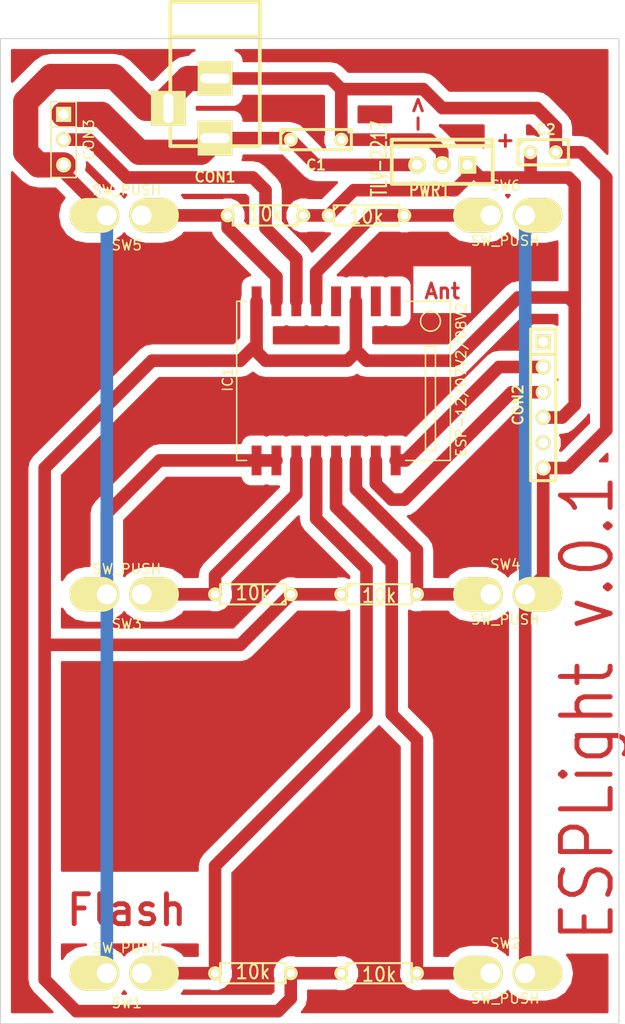
<source format=kicad_pcb>
(kicad_pcb (version 3) (host pcbnew "(2013-may-18)-stable")

  (general
    (links 42)
    (no_connects 0)
    (area 31.699999 151.566879 114.500237 254.812001)
    (thickness 1.6)
    (drawings 9)
    (tracks 132)
    (zones 0)
    (modules 19)
    (nets 13)
  )

  (page A4 portrait)
  (layers
    (15 F.Cu signal)
    (0 B.Cu signal)
    (16 B.Adhes user)
    (17 F.Adhes user)
    (18 B.Paste user)
    (19 F.Paste user)
    (20 B.SilkS user)
    (21 F.SilkS user)
    (22 B.Mask user)
    (23 F.Mask user)
    (24 Dwgs.User user)
    (25 Cmts.User user)
    (26 Eco1.User user)
    (27 Eco2.User user)
    (28 Edge.Cuts user)
  )

  (setup
    (last_trace_width 0.254)
    (user_trace_width 0.254)
    (user_trace_width 0.508)
    (user_trace_width 1.27)
    (user_trace_width 2.54)
    (trace_clearance 0.254)
    (zone_clearance 1)
    (zone_45_only no)
    (trace_min 0.254)
    (segment_width 0.2)
    (edge_width 0.1)
    (via_size 0.889)
    (via_drill 0.635)
    (via_min_size 0.889)
    (via_min_drill 0.508)
    (uvia_size 0.508)
    (uvia_drill 0.127)
    (uvias_allowed no)
    (uvia_min_size 0.508)
    (uvia_min_drill 0.127)
    (pcb_text_width 0.3)
    (pcb_text_size 1.5 1.5)
    (mod_edge_width 0.15)
    (mod_text_size 1 1)
    (mod_text_width 0.15)
    (pad_size 5 3.5)
    (pad_drill 2)
    (pad_to_mask_clearance 0)
    (aux_axis_origin 0 0)
    (visible_elements FFFFFFFF)
    (pcbplotparams
      (layerselection 8388608)
      (usegerberextensions false)
      (excludeedgelayer true)
      (linewidth 0.150000)
      (plotframeref false)
      (viasonmask false)
      (mode 1)
      (useauxorigin false)
      (hpglpennumber 1)
      (hpglpenspeed 20)
      (hpglpendiameter 15)
      (hpglpenoverlay 2)
      (psnegative true)
      (psa4output false)
      (plotreference true)
      (plotvalue true)
      (plotothertext true)
      (plotinvisibletext false)
      (padsonsilk false)
      (subtractmaskfromsilk false)
      (outputformat 2)
      (mirror true)
      (drillshape 1)
      (scaleselection 1)
      (outputdirectory /tmp/))
  )

  (net 0 "")
  (net 1 +3.3V)
  (net 2 GND)
  (net 3 N-000001)
  (net 4 N-0000010)
  (net 5 N-0000011)
  (net 6 N-0000012)
  (net 7 N-000002)
  (net 8 N-000003)
  (net 9 N-000007)
  (net 10 N-000008)
  (net 11 N-000009)
  (net 12 VCC)

  (net_class Default "This is the default net class."
    (clearance 0.254)
    (trace_width 0.254)
    (via_dia 0.889)
    (via_drill 0.635)
    (uvia_dia 0.508)
    (uvia_drill 0.127)
    (add_net "")
    (add_net +3.3V)
    (add_net GND)
    (add_net N-000001)
    (add_net N-0000010)
    (add_net N-0000011)
    (add_net N-0000012)
    (add_net N-000002)
    (add_net N-000003)
    (add_net N-000007)
    (add_net N-000008)
    (add_net N-000009)
    (add_net VCC)
  )

  (module TO220_VERT (layer F.Cu) (tedit 55423FDD) (tstamp 554030CC)
    (at 113.284 69.342 90)
    (descr "Regulateur TO220 serie LM78xx")
    (tags "TR TO220")
    (path /553E8570)
    (fp_text reference PWR1 (at -2.54 -1.27 180) (layer F.SilkS)
      (effects (font (size 1.524 1.016) (thickness 0.2032)))
    )
    (fp_text value TLV-2217 (at 0.635 -6.35 90) (layer F.SilkS)
      (effects (font (size 1.524 1.016) (thickness 0.2032)))
    )
    (fp_line (start 1.905 -5.08) (end 2.54 -5.08) (layer F.SilkS) (width 0.381))
    (fp_line (start 2.54 -5.08) (end 2.54 5.08) (layer F.SilkS) (width 0.381))
    (fp_line (start 2.54 5.08) (end 1.905 5.08) (layer F.SilkS) (width 0.381))
    (fp_line (start -1.905 -5.08) (end 1.905 -5.08) (layer F.SilkS) (width 0.381))
    (fp_line (start 1.905 -5.08) (end 1.905 5.08) (layer F.SilkS) (width 0.381))
    (fp_line (start 1.905 5.08) (end -1.905 5.08) (layer F.SilkS) (width 0.381))
    (fp_line (start -1.905 5.08) (end -1.905 -5.08) (layer F.SilkS) (width 0.381))
    (pad 2 thru_hole circle (at 0 -2.54 90) (size 1.778 1.778) (drill 1.016)
      (layers *.Cu *.Mask F.SilkS)
      (net 12 VCC)
    )
    (pad 3 thru_hole circle (at 0 0 90) (size 1.778 1.778) (drill 1.016)
      (layers *.Cu *.Mask F.SilkS)
      (net 2 GND)
    )
    (pad 1 thru_hole rect (at 0 2.54 90) (size 1.778 1.778) (drill 1.016)
      (layers *.Cu *.Mask F.SilkS)
      (net 1 +3.3V)
    )
  )

  (module R3 (layer F.Cu) (tedit 4E4C0E65) (tstamp 554030DA)
    (at 105.664 74.422)
    (descr "Resitance 3 pas")
    (tags R)
    (path /553E8CCB)
    (autoplace_cost180 10)
    (fp_text reference R6 (at 0 0.127) (layer F.SilkS) hide
      (effects (font (size 1.397 1.27) (thickness 0.2032)))
    )
    (fp_text value 10k (at 0 0.127) (layer F.SilkS)
      (effects (font (size 1.397 1.27) (thickness 0.2032)))
    )
    (fp_line (start -3.81 0) (end -3.302 0) (layer F.SilkS) (width 0.2032))
    (fp_line (start 3.81 0) (end 3.302 0) (layer F.SilkS) (width 0.2032))
    (fp_line (start 3.302 0) (end 3.302 -1.016) (layer F.SilkS) (width 0.2032))
    (fp_line (start 3.302 -1.016) (end -3.302 -1.016) (layer F.SilkS) (width 0.2032))
    (fp_line (start -3.302 -1.016) (end -3.302 1.016) (layer F.SilkS) (width 0.2032))
    (fp_line (start -3.302 1.016) (end 3.302 1.016) (layer F.SilkS) (width 0.2032))
    (fp_line (start 3.302 1.016) (end 3.302 0) (layer F.SilkS) (width 0.2032))
    (fp_line (start -3.302 -0.508) (end -2.794 -1.016) (layer F.SilkS) (width 0.2032))
    (pad 1 thru_hole circle (at -3.81 0) (size 1.397 1.397) (drill 0.8128)
      (layers *.Cu *.Mask F.SilkS)
      (net 1 +3.3V)
    )
    (pad 2 thru_hole circle (at 3.81 0) (size 1.397 1.397) (drill 0.8128)
      (layers *.Cu *.Mask F.SilkS)
      (net 8 N-000003)
    )
    (model discret/resistor.wrl
      (at (xyz 0 0 0))
      (scale (xyz 0.3 0.3 0.3))
      (rotate (xyz 0 0 0))
    )
  )

  (module R3 (layer F.Cu) (tedit 4E4C0E65) (tstamp 554030E8)
    (at 95.504 74.422 180)
    (descr "Resitance 3 pas")
    (tags R)
    (path /553E8CBC)
    (autoplace_cost180 10)
    (fp_text reference R5 (at 0 0.127 180) (layer F.SilkS) hide
      (effects (font (size 1.397 1.27) (thickness 0.2032)))
    )
    (fp_text value 10k (at 0 0.127 180) (layer F.SilkS)
      (effects (font (size 1.397 1.27) (thickness 0.2032)))
    )
    (fp_line (start -3.81 0) (end -3.302 0) (layer F.SilkS) (width 0.2032))
    (fp_line (start 3.81 0) (end 3.302 0) (layer F.SilkS) (width 0.2032))
    (fp_line (start 3.302 0) (end 3.302 -1.016) (layer F.SilkS) (width 0.2032))
    (fp_line (start 3.302 -1.016) (end -3.302 -1.016) (layer F.SilkS) (width 0.2032))
    (fp_line (start -3.302 -1.016) (end -3.302 1.016) (layer F.SilkS) (width 0.2032))
    (fp_line (start -3.302 1.016) (end 3.302 1.016) (layer F.SilkS) (width 0.2032))
    (fp_line (start 3.302 1.016) (end 3.302 0) (layer F.SilkS) (width 0.2032))
    (fp_line (start -3.302 -0.508) (end -2.794 -1.016) (layer F.SilkS) (width 0.2032))
    (pad 1 thru_hole circle (at -3.81 0 180) (size 1.397 1.397) (drill 0.8128)
      (layers *.Cu *.Mask F.SilkS)
      (net 1 +3.3V)
    )
    (pad 2 thru_hole circle (at 3.81 0 180) (size 1.397 1.397) (drill 0.8128)
      (layers *.Cu *.Mask F.SilkS)
      (net 7 N-000002)
    )
    (model discret/resistor.wrl
      (at (xyz 0 0 0))
      (scale (xyz 0.3 0.3 0.3))
      (rotate (xyz 0 0 0))
    )
  )

  (module R3 (layer F.Cu) (tedit 4E4C0E65) (tstamp 554030F6)
    (at 106.934 112.522)
    (descr "Resitance 3 pas")
    (tags R)
    (path /553E8CAD)
    (autoplace_cost180 10)
    (fp_text reference R4 (at 0 0.127) (layer F.SilkS) hide
      (effects (font (size 1.397 1.27) (thickness 0.2032)))
    )
    (fp_text value 10k (at 0 0.127) (layer F.SilkS)
      (effects (font (size 1.397 1.27) (thickness 0.2032)))
    )
    (fp_line (start -3.81 0) (end -3.302 0) (layer F.SilkS) (width 0.2032))
    (fp_line (start 3.81 0) (end 3.302 0) (layer F.SilkS) (width 0.2032))
    (fp_line (start 3.302 0) (end 3.302 -1.016) (layer F.SilkS) (width 0.2032))
    (fp_line (start 3.302 -1.016) (end -3.302 -1.016) (layer F.SilkS) (width 0.2032))
    (fp_line (start -3.302 -1.016) (end -3.302 1.016) (layer F.SilkS) (width 0.2032))
    (fp_line (start -3.302 1.016) (end 3.302 1.016) (layer F.SilkS) (width 0.2032))
    (fp_line (start 3.302 1.016) (end 3.302 0) (layer F.SilkS) (width 0.2032))
    (fp_line (start -3.302 -0.508) (end -2.794 -1.016) (layer F.SilkS) (width 0.2032))
    (pad 1 thru_hole circle (at -3.81 0) (size 1.397 1.397) (drill 0.8128)
      (layers *.Cu *.Mask F.SilkS)
      (net 1 +3.3V)
    )
    (pad 2 thru_hole circle (at 3.81 0) (size 1.397 1.397) (drill 0.8128)
      (layers *.Cu *.Mask F.SilkS)
      (net 3 N-000001)
    )
    (model discret/resistor.wrl
      (at (xyz 0 0 0))
      (scale (xyz 0.3 0.3 0.3))
      (rotate (xyz 0 0 0))
    )
  )

  (module R3 (layer F.Cu) (tedit 4E4C0E65) (tstamp 55403104)
    (at 94.234 112.522 180)
    (descr "Resitance 3 pas")
    (tags R)
    (path /553E8C9E)
    (autoplace_cost180 10)
    (fp_text reference R3 (at 0 0.127 180) (layer F.SilkS) hide
      (effects (font (size 1.397 1.27) (thickness 0.2032)))
    )
    (fp_text value 10k (at 0 0.127 180) (layer F.SilkS)
      (effects (font (size 1.397 1.27) (thickness 0.2032)))
    )
    (fp_line (start -3.81 0) (end -3.302 0) (layer F.SilkS) (width 0.2032))
    (fp_line (start 3.81 0) (end 3.302 0) (layer F.SilkS) (width 0.2032))
    (fp_line (start 3.302 0) (end 3.302 -1.016) (layer F.SilkS) (width 0.2032))
    (fp_line (start 3.302 -1.016) (end -3.302 -1.016) (layer F.SilkS) (width 0.2032))
    (fp_line (start -3.302 -1.016) (end -3.302 1.016) (layer F.SilkS) (width 0.2032))
    (fp_line (start -3.302 1.016) (end 3.302 1.016) (layer F.SilkS) (width 0.2032))
    (fp_line (start 3.302 1.016) (end 3.302 0) (layer F.SilkS) (width 0.2032))
    (fp_line (start -3.302 -0.508) (end -2.794 -1.016) (layer F.SilkS) (width 0.2032))
    (pad 1 thru_hole circle (at -3.81 0 180) (size 1.397 1.397) (drill 0.8128)
      (layers *.Cu *.Mask F.SilkS)
      (net 1 +3.3V)
    )
    (pad 2 thru_hole circle (at 3.81 0 180) (size 1.397 1.397) (drill 0.8128)
      (layers *.Cu *.Mask F.SilkS)
      (net 10 N-000008)
    )
    (model discret/resistor.wrl
      (at (xyz 0 0 0))
      (scale (xyz 0.3 0.3 0.3))
      (rotate (xyz 0 0 0))
    )
  )

  (module R3 (layer F.Cu) (tedit 4E4C0E65) (tstamp 554037A3)
    (at 106.934 150.622)
    (descr "Resitance 3 pas")
    (tags R)
    (path /553E8C8F)
    (autoplace_cost180 10)
    (fp_text reference R2 (at 0 0.127) (layer F.SilkS) hide
      (effects (font (size 1.397 1.27) (thickness 0.2032)))
    )
    (fp_text value 10k (at 0 0.127) (layer F.SilkS)
      (effects (font (size 1.397 1.27) (thickness 0.2032)))
    )
    (fp_line (start -3.81 0) (end -3.302 0) (layer F.SilkS) (width 0.2032))
    (fp_line (start 3.81 0) (end 3.302 0) (layer F.SilkS) (width 0.2032))
    (fp_line (start 3.302 0) (end 3.302 -1.016) (layer F.SilkS) (width 0.2032))
    (fp_line (start 3.302 -1.016) (end -3.302 -1.016) (layer F.SilkS) (width 0.2032))
    (fp_line (start -3.302 -1.016) (end -3.302 1.016) (layer F.SilkS) (width 0.2032))
    (fp_line (start -3.302 1.016) (end 3.302 1.016) (layer F.SilkS) (width 0.2032))
    (fp_line (start 3.302 1.016) (end 3.302 0) (layer F.SilkS) (width 0.2032))
    (fp_line (start -3.302 -0.508) (end -2.794 -1.016) (layer F.SilkS) (width 0.2032))
    (pad 1 thru_hole circle (at -3.81 0) (size 1.397 1.397) (drill 0.8128)
      (layers *.Cu *.Mask F.SilkS)
      (net 1 +3.3V)
    )
    (pad 2 thru_hole circle (at 3.81 0) (size 1.397 1.397) (drill 0.8128)
      (layers *.Cu *.Mask F.SilkS)
      (net 11 N-000009)
    )
    (model discret/resistor.wrl
      (at (xyz 0 0 0))
      (scale (xyz 0.3 0.3 0.3))
      (rotate (xyz 0 0 0))
    )
  )

  (module R3 (layer F.Cu) (tedit 4E4C0E65) (tstamp 554037B2)
    (at 94.234 150.622 180)
    (descr "Resitance 3 pas")
    (tags R)
    (path /553E8C67)
    (autoplace_cost180 10)
    (fp_text reference R1 (at 0 0.127 180) (layer F.SilkS) hide
      (effects (font (size 1.397 1.27) (thickness 0.2032)))
    )
    (fp_text value 10k (at 0 0.127 180) (layer F.SilkS)
      (effects (font (size 1.397 1.27) (thickness 0.2032)))
    )
    (fp_line (start -3.81 0) (end -3.302 0) (layer F.SilkS) (width 0.2032))
    (fp_line (start 3.81 0) (end 3.302 0) (layer F.SilkS) (width 0.2032))
    (fp_line (start 3.302 0) (end 3.302 -1.016) (layer F.SilkS) (width 0.2032))
    (fp_line (start 3.302 -1.016) (end -3.302 -1.016) (layer F.SilkS) (width 0.2032))
    (fp_line (start -3.302 -1.016) (end -3.302 1.016) (layer F.SilkS) (width 0.2032))
    (fp_line (start -3.302 1.016) (end 3.302 1.016) (layer F.SilkS) (width 0.2032))
    (fp_line (start 3.302 1.016) (end 3.302 0) (layer F.SilkS) (width 0.2032))
    (fp_line (start -3.302 -0.508) (end -2.794 -1.016) (layer F.SilkS) (width 0.2032))
    (pad 1 thru_hole circle (at -3.81 0 180) (size 1.397 1.397) (drill 0.8128)
      (layers *.Cu *.Mask F.SilkS)
      (net 1 +3.3V)
    )
    (pad 2 thru_hole circle (at 3.81 0 180) (size 1.397 1.397) (drill 0.8128)
      (layers *.Cu *.Mask F.SilkS)
      (net 4 N-0000010)
    )
    (model discret/resistor.wrl
      (at (xyz 0 0 0))
      (scale (xyz 0.3 0.3 0.3))
      (rotate (xyz 0 0 0))
    )
  )

  (module PIN_ARRAY_3X1 (layer F.Cu) (tedit 5540895D) (tstamp 5540312C)
    (at 75.184 66.802 270)
    (descr "Connecteur 3 pins")
    (tags "CONN DEV")
    (path /553E9E37)
    (fp_text reference CON3 (at 0 -2.54 270) (layer F.SilkS)
      (effects (font (size 1.016 1.016) (thickness 0.1524)))
    )
    (fp_text value CONN_WS2812 (at 0 -2.159 270) (layer F.SilkS) hide
      (effects (font (size 1.016 1.016) (thickness 0.1524)))
    )
    (fp_line (start -3.81 1.27) (end -3.81 -1.27) (layer F.SilkS) (width 0.1524))
    (fp_line (start -3.81 -1.27) (end 3.81 -1.27) (layer F.SilkS) (width 0.1524))
    (fp_line (start 3.81 -1.27) (end 3.81 1.27) (layer F.SilkS) (width 0.1524))
    (fp_line (start 3.81 1.27) (end -3.81 1.27) (layer F.SilkS) (width 0.1524))
    (fp_line (start -1.27 -1.27) (end -1.27 1.27) (layer F.SilkS) (width 0.1524))
    (pad 1 thru_hole rect (at -2.54 0 270) (size 1.524 1.524) (drill 1.016)
      (layers *.Cu *.Mask F.SilkS)
      (net 12 VCC)
    )
    (pad 2 thru_hole circle (at 0 0 270) (size 1.524 1.524) (drill 1.016)
      (layers *.Cu *.Mask F.SilkS)
      (net 9 N-000007)
    )
    (pad 3 thru_hole circle (at 2.54 0 270) (size 1.524 1.524) (drill 1.016)
      (layers *.Cu *.Mask F.SilkS)
      (net 2 GND)
    )
    (model pin_array/pins_array_3x1.wrl
      (at (xyz 0 0 0))
      (scale (xyz 1 1 1))
      (rotate (xyz 0 0 0))
    )
  )

  (module PIN_ARRAY-6X1 (layer F.Cu) (tedit 55408955) (tstamp 5540313B)
    (at 123.444 93.472 270)
    (descr "Connecteur 6 pins")
    (tags "CONN DEV")
    (path /553E9AB6)
    (fp_text reference CON2 (at 0 2.54 270) (layer F.SilkS)
      (effects (font (size 1.016 1.016) (thickness 0.2032)))
    )
    (fp_text value CONN_FTDI (at 0 2.159 270) (layer F.SilkS) hide
      (effects (font (size 1.016 0.889) (thickness 0.2032)))
    )
    (fp_line (start -7.62 1.27) (end -7.62 -1.27) (layer F.SilkS) (width 0.3048))
    (fp_line (start -7.62 -1.27) (end 7.62 -1.27) (layer F.SilkS) (width 0.3048))
    (fp_line (start 7.62 -1.27) (end 7.62 1.27) (layer F.SilkS) (width 0.3048))
    (fp_line (start 7.62 1.27) (end -7.62 1.27) (layer F.SilkS) (width 0.3048))
    (fp_line (start -5.08 1.27) (end -5.08 -1.27) (layer F.SilkS) (width 0.3048))
    (pad 1 thru_hole rect (at -6.35 0 270) (size 1.524 1.524) (drill 1.016)
      (layers *.Cu *.Mask F.SilkS)
    )
    (pad 2 thru_hole circle (at -3.81 0 270) (size 1.524 1.524) (drill 1.016)
      (layers *.Cu *.Mask F.SilkS)
      (net 6 N-0000012)
    )
    (pad 3 thru_hole circle (at -1.27 0 270) (size 1.524 1.524) (drill 1.016)
      (layers *.Cu *.Mask F.SilkS)
      (net 5 N-0000011)
    )
    (pad 4 thru_hole circle (at 1.27 0 270) (size 1.524 1.524) (drill 1.016)
      (layers *.Cu *.Mask F.SilkS)
      (net 1 +3.3V)
    )
    (pad 5 thru_hole circle (at 3.81 0 270) (size 1.524 1.524) (drill 1.016)
      (layers *.Cu *.Mask F.SilkS)
    )
    (pad 6 thru_hole circle (at 6.35 0 270) (size 1.524 1.524) (drill 1.016)
      (layers *.Cu *.Mask F.SilkS)
      (net 2 GND)
    )
    (model pin_array/pins_array_6x1.wrl
      (at (xyz 0 0 0))
      (scale (xyz 1 1 1))
      (rotate (xyz 0 0 0))
    )
  )

  (module PBS-10 (layer F.Cu) (tedit 55408909) (tstamp 55403268)
    (at 119.634 74.422 180)
    (descr "PBS push button")
    (tags "push button switch")
    (path /553E8B46)
    (fp_text reference SW6 (at 0 3 180) (layer F.SilkS)
      (effects (font (size 1 1) (thickness 0.15)))
    )
    (fp_text value SW_PUSH (at 0 -2.54 180) (layer F.SilkS)
      (effects (font (size 1 1) (thickness 0.15)))
    )
    (pad 1 thru_hole oval (at -2 0 180) (size 5 3.5) (drill oval 2 (offset -1.25 0))
      (layers *.Cu *.Mask F.SilkS)
      (net 2 GND)
    )
    (pad 2 thru_hole oval (at 1.5 0 180) (size 5 3.5) (drill oval 2 (offset 1.25 0))
      (layers *.Cu *.Mask F.SilkS)
      (net 8 N-000003)
    )
  )

  (module PBS-10 (layer F.Cu) (tedit 55408911) (tstamp 55403147)
    (at 81.534 74.422)
    (descr "PBS push button")
    (tags "push button switch")
    (path /553E8B37)
    (fp_text reference SW5 (at 0 3) (layer F.SilkS)
      (effects (font (size 1 1) (thickness 0.15)))
    )
    (fp_text value SW_PUSH (at 0 -2.54) (layer F.SilkS)
      (effects (font (size 1 1) (thickness 0.15)))
    )
    (pad 1 thru_hole oval (at -2 0) (size 5 3.5) (drill oval 2 (offset -1.25 0))
      (layers *.Cu *.Mask F.SilkS)
      (net 2 GND)
    )
    (pad 2 thru_hole oval (at 1.5 0) (size 5 3.5) (drill oval 2 (offset 1.25 0))
      (layers *.Cu *.Mask F.SilkS)
      (net 7 N-000002)
    )
  )

  (module PBS-10 (layer F.Cu) (tedit 55408925) (tstamp 5540314D)
    (at 119.634 112.522 180)
    (descr "PBS push button")
    (tags "push button switch")
    (path /553E8B28)
    (fp_text reference SW4 (at 0 3 180) (layer F.SilkS)
      (effects (font (size 1 1) (thickness 0.15)))
    )
    (fp_text value SW_PUSH (at 0 -2.54 180) (layer F.SilkS)
      (effects (font (size 1 1) (thickness 0.15)))
    )
    (pad 1 thru_hole oval (at -2 0 180) (size 5 3.5) (drill oval 2 (offset -1.25 0))
      (layers *.Cu *.Mask F.SilkS)
      (net 2 GND)
    )
    (pad 2 thru_hole oval (at 1.5 0 180) (size 5 3.5) (drill oval 2 (offset 1.25 0))
      (layers *.Cu *.Mask F.SilkS)
      (net 3 N-000001)
    )
  )

  (module PBS-10 (layer F.Cu) (tedit 55408921) (tstamp 55403153)
    (at 81.534 112.522)
    (descr "PBS push button")
    (tags "push button switch")
    (path /553E8B07)
    (fp_text reference SW3 (at 0 3) (layer F.SilkS)
      (effects (font (size 1 1) (thickness 0.15)))
    )
    (fp_text value SW_PUSH (at 0 -2.54) (layer F.SilkS)
      (effects (font (size 1 1) (thickness 0.15)))
    )
    (pad 1 thru_hole oval (at -2 0) (size 5 3.5) (drill oval 2 (offset -1.25 0))
      (layers *.Cu *.Mask F.SilkS)
      (net 2 GND)
    )
    (pad 2 thru_hole oval (at 1.5 0) (size 5 3.5) (drill oval 2 (offset 1.25 0))
      (layers *.Cu *.Mask F.SilkS)
      (net 10 N-000008)
    )
  )

  (module PBS-10 (layer F.Cu) (tedit 5540892E) (tstamp 554037C0)
    (at 81.534 150.622)
    (descr "PBS push button")
    (tags "push button switch")
    (path /553E8AF4)
    (fp_text reference SW1 (at 0 3) (layer F.SilkS)
      (effects (font (size 1 1) (thickness 0.15)))
    )
    (fp_text value SW_PUSH (at 0 -2.54) (layer F.SilkS)
      (effects (font (size 1 1) (thickness 0.15)))
    )
    (pad 1 thru_hole oval (at -2 0) (size 5 3.5) (drill oval 2 (offset -1.25 0))
      (layers *.Cu *.Mask F.SilkS)
      (net 2 GND)
    )
    (pad 2 thru_hole oval (at 1.5 0) (size 5 3.5) (drill oval 2 (offset 1.25 0))
      (layers *.Cu *.Mask F.SilkS)
      (net 4 N-0000010)
    )
  )

  (module PBS-10 (layer F.Cu) (tedit 5540892A) (tstamp 554037B9)
    (at 119.634 150.622 180)
    (descr "PBS push button")
    (tags "push button switch")
    (path /553E8A8F)
    (fp_text reference SW2 (at 0 3 180) (layer F.SilkS)
      (effects (font (size 1 1) (thickness 0.15)))
    )
    (fp_text value SW_PUSH (at 0 -2.54 180) (layer F.SilkS)
      (effects (font (size 1 1) (thickness 0.15)))
    )
    (pad 1 thru_hole oval (at -2 0 180) (size 5 3.5) (drill oval 2 (offset -1.25 0))
      (layers *.Cu *.Mask F.SilkS)
      (net 2 GND)
    )
    (pad 2 thru_hole oval (at 1.5 0 180) (size 5 3.5) (drill oval 2 (offset 1.25 0))
      (layers *.Cu *.Mask F.SilkS)
      (net 11 N-000009)
    )
  )

  (module C2 (layer F.Cu) (tedit 55408968) (tstamp 5540318C)
    (at 100.584 66.802)
    (descr "Condensateur = 2 pas")
    (tags C)
    (path /553E86FD)
    (fp_text reference C1 (at 0 2.54) (layer F.SilkS)
      (effects (font (size 1.016 1.016) (thickness 0.2032)))
    )
    (fp_text value 0.1u (at 0 0) (layer F.SilkS) hide
      (effects (font (size 1.016 1.016) (thickness 0.2032)))
    )
    (fp_line (start -3.556 -1.016) (end 3.556 -1.016) (layer F.SilkS) (width 0.3048))
    (fp_line (start 3.556 -1.016) (end 3.556 1.016) (layer F.SilkS) (width 0.3048))
    (fp_line (start 3.556 1.016) (end -3.556 1.016) (layer F.SilkS) (width 0.3048))
    (fp_line (start -3.556 1.016) (end -3.556 -1.016) (layer F.SilkS) (width 0.3048))
    (fp_line (start -3.556 -0.508) (end -3.048 -1.016) (layer F.SilkS) (width 0.3048))
    (pad 1 thru_hole circle (at -2.54 0) (size 1.397 1.397) (drill 0.8128)
      (layers *.Cu *.Mask F.SilkS)
      (net 12 VCC)
    )
    (pad 2 thru_hole circle (at 2.54 0) (size 1.397 1.397) (drill 0.8128)
      (layers *.Cu *.Mask F.SilkS)
      (net 2 GND)
    )
    (model discret/capa_2pas_5x5mm.wrl
      (at (xyz 0 0 0))
      (scale (xyz 1 1 1))
      (rotate (xyz 0 0 0))
    )
  )

  (module C1 (layer F.Cu) (tedit 3F92C496) (tstamp 55403197)
    (at 123.444 68.072)
    (descr "Condensateur e = 1 pas")
    (tags C)
    (path /553E870C)
    (fp_text reference C2 (at 0.254 -2.286) (layer F.SilkS)
      (effects (font (size 1.016 1.016) (thickness 0.2032)))
    )
    (fp_text value 22u (at 0 -2.286) (layer F.SilkS) hide
      (effects (font (size 1.016 1.016) (thickness 0.2032)))
    )
    (fp_line (start -2.4892 -1.27) (end 2.54 -1.27) (layer F.SilkS) (width 0.3048))
    (fp_line (start 2.54 -1.27) (end 2.54 1.27) (layer F.SilkS) (width 0.3048))
    (fp_line (start 2.54 1.27) (end -2.54 1.27) (layer F.SilkS) (width 0.3048))
    (fp_line (start -2.54 1.27) (end -2.54 -1.27) (layer F.SilkS) (width 0.3048))
    (fp_line (start -2.54 -0.635) (end -1.905 -1.27) (layer F.SilkS) (width 0.3048))
    (pad 1 thru_hole circle (at -1.27 0) (size 1.397 1.397) (drill 0.8128)
      (layers *.Cu *.Mask F.SilkS)
      (net 1 +3.3V)
    )
    (pad 2 thru_hole circle (at 1.27 0) (size 1.397 1.397) (drill 0.8128)
      (layers *.Cu *.Mask F.SilkS)
      (net 2 GND)
    )
    (model discret/capa_1_pas.wrl
      (at (xyz 0 0 0))
      (scale (xyz 1 1 1))
      (rotate (xyz 0 0 0))
    )
  )

  (module BARREL_JACK (layer F.Cu) (tedit 505F99C2) (tstamp 554031A3)
    (at 90.424 60.452 270)
    (descr "DC Barrel Jack")
    (tags "Power Jack")
    (path /553EA07C)
    (fp_text reference CON1 (at 10.09904 0 360) (layer F.SilkS)
      (effects (font (size 1.016 1.016) (thickness 0.2032)))
    )
    (fp_text value BARREL_JACK (at 0 -5.99948 270) (layer F.SilkS) hide
      (effects (font (size 1.016 1.016) (thickness 0.2032)))
    )
    (fp_line (start -4.0005 -4.50088) (end -4.0005 4.50088) (layer F.SilkS) (width 0.381))
    (fp_line (start -7.50062 -4.50088) (end -7.50062 4.50088) (layer F.SilkS) (width 0.381))
    (fp_line (start -7.50062 4.50088) (end 7.00024 4.50088) (layer F.SilkS) (width 0.381))
    (fp_line (start 7.00024 4.50088) (end 7.00024 -4.50088) (layer F.SilkS) (width 0.381))
    (fp_line (start 7.00024 -4.50088) (end -7.50062 -4.50088) (layer F.SilkS) (width 0.381))
    (pad 1 thru_hole rect (at 6.20014 0 270) (size 3.50012 3.50012) (drill oval 1.00076 2.99974)
      (layers *.Cu *.Mask F.SilkS)
      (net 12 VCC)
    )
    (pad 2 thru_hole rect (at 0.20066 0 270) (size 3.50012 3.50012) (drill oval 1.00076 2.99974)
      (layers *.Cu *.Mask F.SilkS)
      (net 2 GND)
    )
    (pad 3 thru_hole rect (at 3.2004 4.699 270) (size 3.50012 3.50012) (drill oval 2.99974 1.00076)
      (layers *.Cu *.Mask F.SilkS)
      (net 2 GND)
    )
  )

  (module ESP-07v2 (layer F.Cu) (tedit 5540A64A) (tstamp 5540BB1E)
    (at 101.6 91.059 270)
    (path /553C0795)
    (fp_text reference IC1 (at -0.127 9.906 270) (layer F.SilkS)
      (effects (font (size 1 1) (thickness 0.15)))
    )
    (fp_text value ESP-12/07V2/08V2 (at -0.127 -13.589 270) (layer F.SilkS)
      (effects (font (size 1 1) (thickness 0.15)))
    )
    (fp_line (start -3.5 -11) (end 7 -11) (layer F.SilkS) (width 0.15))
    (fp_line (start 7 -11) (end 7 -10) (layer F.SilkS) (width 0.15))
    (fp_line (start 7 -10) (end -3.5 -10) (layer F.SilkS) (width 0.15))
    (fp_line (start -3.5 -10) (end -3.5 -11) (layer F.SilkS) (width 0.15))
    (fp_line (start -3.5 -11) (end -3 -11) (layer F.SilkS) (width 0.15))
    (fp_line (start -3 -11) (end -3.5 -11) (layer F.SilkS) (width 0.15))
    (fp_line (start -3.5 -11) (end -3 -11) (layer F.SilkS) (width 0.15))
    (fp_circle (center -6 -10.5) (end -6 -9.5) (layer F.SilkS) (width 0.15))
    (fp_line (start -8 -8) (end -8 -12.5) (layer F.SilkS) (width 0.15))
    (fp_line (start -8 -12.5) (end 8 -12.5) (layer F.SilkS) (width 0.15))
    (fp_line (start 8 -12.5) (end 8 -8) (layer F.SilkS) (width 0.15))
    (fp_line (start -8 8) (end -8 9) (layer F.SilkS) (width 0.15))
    (fp_line (start -8 9) (end 8 9) (layer F.SilkS) (width 0.15))
    (fp_line (start 8 9) (end 8 8) (layer F.SilkS) (width 0.15))
    (pad 1 smd rect (at -8 -7 270) (size 3 1)
      (layers F.Cu F.Paste F.Mask)
    )
    (pad 2 smd rect (at -8 -5 270) (size 3 1)
      (layers F.Cu F.Paste F.Mask)
    )
    (pad 3 smd rect (at -8 -3 270) (size 3 1)
      (layers F.Cu F.Paste F.Mask)
      (net 1 +3.3V)
    )
    (pad 4 smd rect (at -8 -1 270) (size 3 1)
      (layers F.Cu F.Paste F.Mask)
    )
    (pad 5 smd rect (at -8 1 270) (size 3 1)
      (layers F.Cu F.Paste F.Mask)
      (net 8 N-000003)
    )
    (pad 6 smd rect (at -8 3 270) (size 3 1)
      (layers F.Cu F.Paste F.Mask)
      (net 9 N-000007)
    )
    (pad 7 smd rect (at -8 5 270) (size 3 1)
      (layers F.Cu F.Paste F.Mask)
      (net 7 N-000002)
    )
    (pad 8 smd rect (at -8 7 270) (size 3 1)
      (layers F.Cu F.Paste F.Mask)
      (net 1 +3.3V)
    )
    (pad 9 smd rect (at 8 7 270) (size 3 1)
      (layers F.Cu F.Paste F.Mask)
      (net 2 GND)
    )
    (pad 10 smd rect (at 8 5 270) (size 3 1)
      (layers F.Cu F.Paste F.Mask)
      (net 2 GND)
    )
    (pad 11 smd rect (at 8 3 270) (size 3 1)
      (layers F.Cu F.Paste F.Mask)
      (net 10 N-000008)
    )
    (pad 12 smd rect (at 8 1 270) (size 3 1)
      (layers F.Cu F.Paste F.Mask)
      (net 4 N-0000010)
    )
    (pad 13 smd rect (at 8 -1 270) (size 3 1)
      (layers F.Cu F.Paste F.Mask)
      (net 11 N-000009)
    )
    (pad 14 smd rect (at 8 -3 270) (size 3 1)
      (layers F.Cu F.Paste F.Mask)
      (net 3 N-000001)
    )
    (pad 15 smd rect (at 8 -5 270) (size 3 1)
      (layers F.Cu F.Paste F.Mask)
      (net 5 N-0000011)
    )
    (pad 16 smd rect (at 8 -7 270) (size 3 1)
      (layers F.Cu F.Paste F.Mask)
      (net 6 N-0000012)
    )
  )

  (gr_line (start 131.064 56.642) (end 68.834 56.642) (angle 90) (layer Edge.Cuts) (width 0.1))
  (gr_line (start 131.064 155.702) (end 131.064 56.642) (angle 90) (layer Edge.Cuts) (width 0.1))
  (gr_line (start 68.834 155.702) (end 131.064 155.702) (angle 90) (layer Edge.Cuts) (width 0.1))
  (gr_line (start 68.834 56.642) (end 68.834 155.702) (angle 90) (layer Edge.Cuts) (width 0.1))
  (gr_text Flash (at 81.534 144.272) (layer F.Cu)
    (effects (font (size 3 3) (thickness 0.5)))
  )
  (gr_text Ant (at 113.284 82.042) (layer F.Cu)
    (effects (font (size 1.5 1.5) (thickness 0.3)))
  )
  (gr_text -> (at 110.744 64.262 90) (layer F.Cu)
    (effects (font (size 1.5 1.5) (thickness 0.3)))
  )
  (gr_text + (at 119.634 66.802) (layer F.Cu)
    (effects (font (size 1.5 1.5) (thickness 0.3)))
  )
  (gr_text "ESPLight v.0.1" (at 127.889 123.952 90) (layer F.Cu)
    (effects (font (size 5 4.3) (thickness 0.5)))
  )

  (segment (start 115.824 69.342) (end 115.824 70.612) (width 1.27) (layer F.Cu) (net 1))
  (segment (start 104.394 71.882) (end 101.854 74.422) (width 1.27) (layer F.Cu) (net 1) (tstamp 55423FB2))
  (segment (start 114.554 71.882) (end 104.394 71.882) (width 1.27) (layer F.Cu) (net 1) (tstamp 55423FAF))
  (segment (start 115.824 70.612) (end 114.554 71.882) (width 1.27) (layer F.Cu) (net 1) (tstamp 55423FA4))
  (segment (start 122.174 68.072) (end 122.174 70.612) (width 1.27) (layer F.Cu) (net 1))
  (segment (start 126.619 73.787) (end 126.619 71.247) (width 1.27) (layer F.Cu) (net 1))
  (segment (start 126.619 83.312) (end 126.619 73.787) (width 1.27) (layer F.Cu) (net 1) (tstamp 5540B07A))
  (segment (start 117.094 70.612) (end 115.824 69.342) (width 1.27) (layer F.Cu) (net 1) (tstamp 55423D86))
  (segment (start 125.984 70.612) (end 122.174 70.612) (width 1.27) (layer F.Cu) (net 1) (tstamp 55423D80))
  (segment (start 122.174 70.612) (end 117.094 70.612) (width 1.27) (layer F.Cu) (net 1) (tstamp 55423D93))
  (segment (start 126.619 71.247) (end 125.984 70.612) (width 1.27) (layer F.Cu) (net 1) (tstamp 55423D78))
  (segment (start 73.279 117.602) (end 73.279 151.257) (width 1.27) (layer F.Cu) (net 1))
  (segment (start 98.044 153.162) (end 98.044 150.622) (width 1.27) (layer F.Cu) (net 1) (tstamp 55423988))
  (segment (start 96.774 154.432) (end 98.044 153.162) (width 1.27) (layer F.Cu) (net 1) (tstamp 55423985))
  (segment (start 76.454 154.432) (end 96.774 154.432) (width 1.27) (layer F.Cu) (net 1) (tstamp 55423979))
  (segment (start 73.279 151.257) (end 76.454 154.432) (width 1.27) (layer F.Cu) (net 1) (tstamp 55423970))
  (segment (start 94.6 83.059) (end 94.6 87.757) (width 1.27) (layer F.Cu) (net 1))
  (segment (start 94.6 87.757) (end 94.234 87.757) (width 1.27) (layer F.Cu) (net 1))
  (segment (start 94.6 88.123) (end 95.504 89.027) (width 1.27) (layer F.Cu) (net 1) (tstamp 5540A6A0))
  (segment (start 95.504 89.027) (end 103.759 89.027) (width 1.27) (layer F.Cu) (net 1) (tstamp 5540A6A1))
  (segment (start 103.759 89.027) (end 104.6 88.186) (width 1.27) (layer F.Cu) (net 1) (tstamp 5540A6A2))
  (segment (start 104.6 88.186) (end 104.6 87.757) (width 1.27) (layer F.Cu) (net 1) (tstamp 5540A6A3))
  (segment (start 94.6 87.757) (end 94.6 88.123) (width 1.27) (layer F.Cu) (net 1) (tstamp 5540AB27))
  (segment (start 94.234 87.757) (end 92.964 89.027) (width 1.27) (layer F.Cu) (net 1) (tstamp 5540B3FA))
  (segment (start 92.964 89.027) (end 84.074 89.027) (width 1.27) (layer F.Cu) (net 1) (tstamp 5540B401))
  (segment (start 84.074 89.027) (end 73.279 99.822) (width 1.27) (layer F.Cu) (net 1) (tstamp 5540B404))
  (segment (start 73.279 99.822) (end 73.279 117.602) (width 1.27) (layer F.Cu) (net 1) (tstamp 5540B412))
  (segment (start 73.279 117.602) (end 92.964 117.602) (width 1.27) (layer F.Cu) (net 1))
  (segment (start 92.964 117.602) (end 98.044 112.522) (width 1.27) (layer F.Cu) (net 1) (tstamp 5540B43A))
  (segment (start 98.044 112.522) (end 103.124 112.522) (width 1.27) (layer F.Cu) (net 1) (tstamp 5540B43E))
  (segment (start 98.044 150.622) (end 103.124 150.622) (width 1.27) (layer F.Cu) (net 1) (tstamp 5540B427))
  (segment (start 104.6 87.757) (end 104.6 87.963) (width 1.27) (layer F.Cu) (net 1))
  (segment (start 125.984 82.677) (end 126.619 83.312) (width 1.27) (layer F.Cu) (net 1) (tstamp 5540A6FD))
  (segment (start 120.904 82.677) (end 125.984 82.677) (width 1.27) (layer F.Cu) (net 1) (tstamp 5540A6F4))
  (segment (start 114.554 89.027) (end 120.904 82.677) (width 1.27) (layer F.Cu) (net 1) (tstamp 5540A6EB))
  (segment (start 105.664 89.027) (end 114.554 89.027) (width 1.27) (layer F.Cu) (net 1) (tstamp 5540A6E5))
  (segment (start 104.6 87.963) (end 105.664 89.027) (width 1.27) (layer F.Cu) (net 1) (tstamp 5540A6E4))
  (segment (start 125.349 94.742) (end 123.444 94.742) (width 1.27) (layer F.Cu) (net 1) (tstamp 5540A706))
  (segment (start 126.619 93.472) (end 125.349 94.742) (width 1.27) (layer F.Cu) (net 1) (tstamp 5540A705))
  (segment (start 126.619 83.312) (end 126.619 93.472) (width 1.27) (layer F.Cu) (net 1) (tstamp 5540A6FE))
  (segment (start 104.6 87.757) (end 104.6 83.059) (width 1.27) (layer F.Cu) (net 1) (tstamp 5540A6E2))
  (segment (start 99.314 74.422) (end 101.854 74.422) (width 1.27) (layer F.Cu) (net 1))
  (segment (start 85.725 63.6524) (end 85.725 62.611) (width 2.54) (layer F.Cu) (net 2))
  (segment (start 87.68334 60.65266) (end 90.424 60.65266) (width 2.54) (layer F.Cu) (net 2) (tstamp 55436D41))
  (segment (start 85.725 62.611) (end 87.68334 60.65266) (width 2.54) (layer F.Cu) (net 2) (tstamp 55436D3D))
  (segment (start 124.714 68.072) (end 127.254 68.072) (width 1.27) (layer F.Cu) (net 2))
  (segment (start 125.984 99.822) (end 123.444 99.822) (width 1.27) (layer F.Cu) (net 2) (tstamp 554240B4))
  (segment (start 129.794 96.012) (end 125.984 99.822) (width 1.27) (layer F.Cu) (net 2) (tstamp 554240B0))
  (segment (start 129.794 70.612) (end 129.794 96.012) (width 1.27) (layer F.Cu) (net 2) (tstamp 554240A4))
  (segment (start 127.254 68.072) (end 129.794 70.612) (width 1.27) (layer F.Cu) (net 2) (tstamp 554240A1))
  (segment (start 85.725 63.6524) (end 83.4644 63.6524) (width 2.54) (layer F.Cu) (net 2))
  (segment (start 72.644 69.342) (end 75.184 69.342) (width 2.54) (layer F.Cu) (net 2) (tstamp 55423F36))
  (segment (start 71.374 68.072) (end 72.644 69.342) (width 2.54) (layer F.Cu) (net 2) (tstamp 55423F33))
  (segment (start 71.374 62.992) (end 71.374 68.072) (width 2.54) (layer F.Cu) (net 2) (tstamp 55423F2F))
  (segment (start 73.914 60.452) (end 71.374 62.992) (width 2.54) (layer F.Cu) (net 2) (tstamp 55423F27))
  (segment (start 80.264 60.452) (end 73.914 60.452) (width 2.54) (layer F.Cu) (net 2) (tstamp 55423F26))
  (segment (start 83.4644 63.6524) (end 80.264 60.452) (width 2.54) (layer F.Cu) (net 2) (tstamp 55423F21))
  (segment (start 75.184 69.342) (end 75.184 70.072) (width 1.27) (layer F.Cu) (net 2))
  (segment (start 75.184 70.072) (end 79.534 74.422) (width 1.27) (layer F.Cu) (net 2) (tstamp 55423EAB))
  (segment (start 103.124 66.802) (end 112.014 66.802) (width 1.27) (layer F.Cu) (net 2))
  (segment (start 113.284 68.072) (end 113.284 69.342) (width 1.27) (layer F.Cu) (net 2) (tstamp 55423D9C))
  (segment (start 112.014 66.802) (end 113.284 68.072) (width 1.27) (layer F.Cu) (net 2) (tstamp 55423D97))
  (segment (start 90.424 60.65266) (end 102.05466 60.65266) (width 1.27) (layer F.Cu) (net 2))
  (segment (start 102.05466 60.65266) (end 103.124 61.722) (width 1.27) (layer F.Cu) (net 2) (tstamp 55423CE0))
  (segment (start 103.124 66.802) (end 103.124 64.262) (width 1.27) (layer F.Cu) (net 2))
  (segment (start 103.124 64.262) (end 103.124 61.722) (width 1.27) (layer F.Cu) (net 2) (tstamp 5540A4A2))
  (segment (start 121.634 74.422) (end 121.634 112.522) (width 1.27) (layer B.Cu) (net 2))
  (segment (start 79.534 74.422) (end 79.534 112.522) (width 1.27) (layer B.Cu) (net 2))
  (segment (start 79.534 112.522) (end 79.534 150.622) (width 1.27) (layer B.Cu) (net 2) (tstamp 5540B56D))
  (segment (start 121.634 112.522) (end 121.634 150.622) (width 1.27) (layer F.Cu) (net 2))
  (segment (start 123.444 99.822) (end 123.444 110.712) (width 1.27) (layer F.Cu) (net 2))
  (segment (start 123.444 110.712) (end 121.634 112.522) (width 1.27) (layer F.Cu) (net 2) (tstamp 5540B541))
  (segment (start 94.6 99.059) (end 84.837 99.059) (width 1.27) (layer F.Cu) (net 2))
  (segment (start 79.534 104.362) (end 79.534 112.522) (width 1.27) (layer F.Cu) (net 2) (tstamp 5540B45A))
  (segment (start 84.837 99.059) (end 79.534 104.362) (width 1.27) (layer F.Cu) (net 2) (tstamp 5540B456))
  (segment (start 96.6 99.059) (end 94.6 99.059) (width 1.27) (layer F.Cu) (net 2))
  (segment (start 113.284 63.627) (end 122.809 63.627) (width 1.27) (layer F.Cu) (net 2))
  (segment (start 122.809 63.627) (end 124.714 65.532) (width 1.27) (layer F.Cu) (net 2) (tstamp 5540A4B6))
  (segment (start 124.714 65.532) (end 124.714 68.072) (width 1.27) (layer F.Cu) (net 2) (tstamp 5540A4B9))
  (segment (start 103.124 61.722) (end 111.379 61.722) (width 1.27) (layer F.Cu) (net 2))
  (segment (start 111.379 61.722) (end 113.284 63.627) (width 1.27) (layer F.Cu) (net 2) (tstamp 5540A4AA))
  (segment (start 118.134 112.522) (end 110.744 112.522) (width 1.27) (layer F.Cu) (net 3))
  (segment (start 104.6 99.059) (end 104.6 101.933) (width 1.27) (layer F.Cu) (net 3))
  (segment (start 110.744 108.077) (end 110.744 112.522) (width 1.27) (layer F.Cu) (net 3) (tstamp 5540B497))
  (segment (start 104.6 101.933) (end 110.744 108.077) (width 1.27) (layer F.Cu) (net 3) (tstamp 5540B47E))
  (segment (start 90.424 150.622) (end 83.034 150.622) (width 1.27) (layer F.Cu) (net 4) (tstamp 5540B4E5))
  (segment (start 90.424 139.827) (end 90.424 150.622) (width 1.27) (layer F.Cu) (net 4) (tstamp 5540B4E2))
  (segment (start 105.664 124.587) (end 90.424 139.827) (width 1.27) (layer F.Cu) (net 4) (tstamp 5540B4D8))
  (segment (start 105.664 109.982) (end 105.664 124.587) (width 1.27) (layer F.Cu) (net 4) (tstamp 5540B4C7))
  (segment (start 100.6 104.918) (end 105.664 109.982) (width 1.27) (layer F.Cu) (net 4) (tstamp 5540B4B5))
  (segment (start 100.6 99.059) (end 100.6 104.918) (width 1.27) (layer F.Cu) (net 4))
  (segment (start 106.6 99.059) (end 106.6 101.393) (width 1.27) (layer F.Cu) (net 5))
  (segment (start 120.269 92.202) (end 123.444 92.202) (width 1.27) (layer F.Cu) (net 5) (tstamp 5540A742))
  (segment (start 109.474 102.997) (end 120.269 92.202) (width 1.27) (layer F.Cu) (net 5) (tstamp 5540A733))
  (segment (start 108.204 102.997) (end 109.474 102.997) (width 1.27) (layer F.Cu) (net 5) (tstamp 5540A731))
  (segment (start 106.6 101.393) (end 108.204 102.997) (width 1.27) (layer F.Cu) (net 5) (tstamp 5540A72E))
  (segment (start 108.6 99.059) (end 109.602 99.059) (width 1.27) (layer F.Cu) (net 6))
  (segment (start 118.999 89.662) (end 123.444 89.662) (width 1.27) (layer F.Cu) (net 6) (tstamp 5540A713))
  (segment (start 109.602 99.059) (end 118.999 89.662) (width 1.27) (layer F.Cu) (net 6) (tstamp 5540A70C))
  (segment (start 83.034 74.422) (end 91.694 74.422) (width 1.27) (layer F.Cu) (net 7))
  (segment (start 96.6 83.059) (end 96.6 80.598) (width 1.27) (layer F.Cu) (net 7))
  (segment (start 91.694 75.692) (end 91.694 74.422) (width 1.27) (layer F.Cu) (net 7) (tstamp 5540A54A))
  (segment (start 96.6 80.598) (end 91.694 75.692) (width 1.27) (layer F.Cu) (net 7) (tstamp 5540A52A))
  (segment (start 109.474 74.422) (end 118.134 74.422) (width 1.27) (layer F.Cu) (net 8))
  (segment (start 109.474 74.422) (end 106.299 74.422) (width 1.27) (layer F.Cu) (net 8))
  (segment (start 100.6 80.121) (end 100.6 83.059) (width 1.27) (layer F.Cu) (net 8) (tstamp 5540A59E))
  (segment (start 106.299 74.422) (end 100.6 80.121) (width 1.27) (layer F.Cu) (net 8) (tstamp 5540A592))
  (segment (start 75.184 66.802) (end 77.724 66.802) (width 1.27) (layer F.Cu) (net 9))
  (segment (start 98.6 78.788) (end 98.6 83.059) (width 1.27) (layer F.Cu) (net 9) (tstamp 55423E75))
  (segment (start 95.504 75.692) (end 98.6 78.788) (width 1.27) (layer F.Cu) (net 9) (tstamp 55423E72))
  (segment (start 95.504 71.882) (end 95.504 75.692) (width 1.27) (layer F.Cu) (net 9) (tstamp 55423E6F))
  (segment (start 94.234 70.612) (end 95.504 71.882) (width 1.27) (layer F.Cu) (net 9) (tstamp 55423E67))
  (segment (start 81.534 70.612) (end 94.234 70.612) (width 1.27) (layer F.Cu) (net 9) (tstamp 55423E5D))
  (segment (start 77.724 66.802) (end 81.534 70.612) (width 1.27) (layer F.Cu) (net 9) (tstamp 55423E58))
  (segment (start 98.6 99.059) (end 98.6 102.441) (width 1.27) (layer F.Cu) (net 10))
  (segment (start 90.424 110.617) (end 90.424 112.522) (width 1.27) (layer F.Cu) (net 10) (tstamp 5540B468))
  (segment (start 98.6 102.441) (end 90.424 110.617) (width 1.27) (layer F.Cu) (net 10) (tstamp 5540B45D))
  (segment (start 90.424 112.522) (end 83.034 112.522) (width 1.27) (layer F.Cu) (net 10) (tstamp 5540B469))
  (segment (start 110.744 150.622) (end 118.134 150.622) (width 1.27) (layer F.Cu) (net 11))
  (segment (start 102.6 99.059) (end 102.6 103.743) (width 1.27) (layer F.Cu) (net 11))
  (segment (start 110.744 127.127) (end 110.744 150.622) (width 1.27) (layer F.Cu) (net 11) (tstamp 5540B52C))
  (segment (start 108.204 124.587) (end 110.744 127.127) (width 1.27) (layer F.Cu) (net 11) (tstamp 5540B528))
  (segment (start 108.204 109.347) (end 108.204 124.587) (width 1.27) (layer F.Cu) (net 11) (tstamp 5540B4FA))
  (segment (start 102.6 103.743) (end 108.204 109.347) (width 1.27) (layer F.Cu) (net 11) (tstamp 5540B4F4))
  (segment (start 75.184 64.262) (end 78.994 64.262) (width 2.54) (layer F.Cu) (net 12))
  (segment (start 89.00414 68.072) (end 90.424 66.65214) (width 2.54) (layer F.Cu) (net 12) (tstamp 55423E33))
  (segment (start 82.804 68.072) (end 89.00414 68.072) (width 2.54) (layer F.Cu) (net 12) (tstamp 55423E2B))
  (segment (start 78.994 64.262) (end 82.804 68.072) (width 2.54) (layer F.Cu) (net 12) (tstamp 55423E2A))
  (segment (start 110.744 69.342) (end 100.584 69.342) (width 1.27) (layer F.Cu) (net 12))
  (segment (start 100.584 69.342) (end 98.044 66.802) (width 1.27) (layer F.Cu) (net 12) (tstamp 55423CC7))
  (segment (start 90.424 66.65214) (end 97.89414 66.65214) (width 1.27) (layer F.Cu) (net 12))
  (segment (start 97.89414 66.65214) (end 98.044 66.802) (width 1.27) (layer F.Cu) (net 12) (tstamp 55423CB5))

  (zone (net 0) (net_name "") (layer F.Cu) (tstamp 55424587) (hatch edge 0.508)
    (connect_pads (clearance 1))
    (min_thickness 0.254)
    (fill (arc_segments 16) (thermal_gap 0.508) (thermal_bridge_width 0.508))
    (polygon
      (pts
        (xy 131.064 155.702) (xy 68.834 155.702) (xy 68.834 56.642) (xy 131.064 56.642)
      )
    )
    (filled_polygon
      (pts
        (xy 77.442833 147.749) (xy 76.361963 147.963999) (xy 75.428597 148.587654) (xy 75.041 149.167734) (xy 75.041 147.749)
        (xy 77.442833 147.749)
      )
    )
    (filled_polygon
      (pts
        (xy 80.191203 71.761048) (xy 79.159716 71.555872) (xy 77.47562 69.871776) (xy 77.581 69.342) (xy 77.533535 69.103379)
        (xy 80.191203 71.761048)
      )
    )
    (filled_polygon
      (pts
        (xy 81.449031 152.67) (xy 81.118968 152.67) (xy 81.139403 152.656346) (xy 81.284 152.439941) (xy 81.428597 152.656346)
        (xy 81.449031 152.67)
      )
    )
    (filled_polygon
      (pts
        (xy 81.468523 72.360975) (xy 81.428597 72.387654) (xy 81.284 72.604058) (xy 81.139403 72.387654) (xy 80.943045 72.256451)
        (xy 81.468523 72.360975)
      )
    )
    (filled_polygon
      (pts
        (xy 83.442833 147.749) (xy 82.361963 147.963999) (xy 81.428597 148.587654) (xy 81.284 148.804058) (xy 81.139403 148.587654)
        (xy 80.206037 147.963999) (xy 79.125166 147.749) (xy 83.442833 147.749)
      )
    )
    (filled_polygon
      (pts
        (xy 88.345241 57.819) (xy 88.03638 57.946619) (xy 87.726799 58.25566) (xy 87.68334 58.25566) (xy 86.766048 58.438121)
        (xy 85.988405 58.957725) (xy 85.988404 58.957725) (xy 85.988404 58.957726) (xy 84.170985 60.775145) (xy 83.977015 60.775145)
        (xy 81.958935 58.757065) (xy 81.181292 58.237461) (xy 80.264 58.055) (xy 73.914 58.055) (xy 72.996708 58.237461)
        (xy 72.219065 58.757065) (xy 70.011 60.96513) (xy 70.011 57.819) (xy 88.345241 57.819)
      )
    )
    (filled_polygon
      (pts
        (xy 88.662 148.86) (xy 87.321378 148.86) (xy 87.139403 148.587654) (xy 86.206037 147.963999) (xy 85.125166 147.749)
        (xy 88.662 147.749) (xy 88.662 148.86)
      )
    )
    (filled_polygon
      (pts
        (xy 93.742 75.248155) (xy 93.456 74.962155) (xy 93.456 74.938866) (xy 93.519182 74.786707) (xy 93.519816 74.060479)
        (xy 93.242485 73.389289) (xy 92.729412 72.875319) (xy 92.058707 72.596818) (xy 91.332479 72.596184) (xy 91.178033 72.66)
        (xy 87.321378 72.66) (xy 87.139403 72.387654) (xy 87.118968 72.374) (xy 93.504156 72.374) (xy 93.742 72.611844)
        (xy 93.742 75.248155)
      )
    )
    (filled_polygon
      (pts
        (xy 93.94196 80.431805) (xy 93.876809 80.431805) (xy 93.46244 80.603019) (xy 93.145133 80.919773) (xy 92.973196 81.333843)
        (xy 92.972805 81.782191) (xy 92.972805 82.383692) (xy 92.972124 82.384712) (xy 92.838 83.059) (xy 92.838 86.661156)
        (xy 92.234156 87.265) (xy 84.074 87.265) (xy 83.399712 87.399124) (xy 82.828078 87.781078) (xy 72.033078 98.576078)
        (xy 71.651124 99.147711) (xy 71.517 99.822) (xy 71.517 117.602) (xy 71.517 151.257) (xy 71.651124 151.931289)
        (xy 72.033078 152.502922) (xy 74.055156 154.525) (xy 70.011 154.525) (xy 70.011 70.09887) (xy 70.949065 71.036935)
        (xy 71.726708 71.556539) (xy 72.644 71.739) (xy 74.359156 71.739) (xy 75.260053 72.639897) (xy 74.804942 73.32102)
        (xy 74.585943 74.422) (xy 74.804942 75.52298) (xy 75.428597 76.456346) (xy 76.361963 77.080001) (xy 77.462943 77.299)
        (xy 79.105057 77.299) (xy 80.206037 77.080001) (xy 81.139403 76.456346) (xy 81.284 76.239941) (xy 81.428597 76.456346)
        (xy 82.361963 77.080001) (xy 83.462943 77.299) (xy 85.105057 77.299) (xy 86.206037 77.080001) (xy 87.139403 76.456346)
        (xy 87.321378 76.184) (xy 90.029864 76.184) (xy 90.066124 76.366289) (xy 90.448078 76.937922) (xy 93.94196 80.431805)
      )
    )
    (filled_polygon
      (pts
        (xy 96.838 101.711156) (xy 89.178078 109.371078) (xy 88.796124 109.942711) (xy 88.662 110.617) (xy 88.662 110.76)
        (xy 87.321378 110.76) (xy 87.139403 110.487654) (xy 86.206037 109.863999) (xy 85.105057 109.645) (xy 83.462943 109.645)
        (xy 82.361963 109.863999) (xy 81.428597 110.487654) (xy 81.296 110.686099) (xy 81.296 105.091844) (xy 85.566844 100.821)
        (xy 92.98884 100.821) (xy 93.144019 101.19656) (xy 93.460773 101.513867) (xy 93.874843 101.685804) (xy 94.323191 101.686195)
        (xy 95.323191 101.686195) (xy 95.600169 101.571749) (xy 95.874843 101.685804) (xy 96.323191 101.686195) (xy 96.838 101.686195)
        (xy 96.838 101.711156)
      )
    )
    (filled_polygon
      (pts
        (xy 101.47027 67.58) (xy 101.313844 67.58) (xy 99.655401 65.921557) (xy 99.592485 65.769289) (xy 99.079412 65.255319)
        (xy 98.643055 65.074128) (xy 98.568429 65.024264) (xy 98.48117 65.006907) (xy 98.481169 65.006907) (xy 98.408707 64.976818)
        (xy 98.329553 64.976748) (xy 97.89414 64.89014) (xy 93.301255 64.89014) (xy 93.301255 64.678889) (xy 93.130041 64.26452)
        (xy 92.813287 63.947213) (xy 92.399217 63.775276) (xy 91.950869 63.774885) (xy 88.602255 63.774885) (xy 88.602255 63.529657)
        (xy 88.897131 63.529915) (xy 92.397251 63.529915) (xy 92.81162 63.358701) (xy 93.128927 63.041947) (xy 93.300864 62.627877)
        (xy 93.301049 62.41466) (xy 101.324816 62.41466) (xy 101.362 62.451844) (xy 101.362 64.262) (xy 101.362 66.285133)
        (xy 101.298818 66.437293) (xy 101.298184 67.163521) (xy 101.47027 67.58)
      )
    )
    (filled_polygon
      (pts
        (xy 102.680156 71.104) (xy 101.124156 72.66) (xy 99.830866 72.66) (xy 99.678707 72.596818) (xy 98.952479 72.596184)
        (xy 98.281289 72.873515) (xy 97.767319 73.386588) (xy 97.488818 74.057293) (xy 97.488184 74.783521) (xy 97.765515 75.454711)
        (xy 98.278588 75.968681) (xy 98.949293 76.247182) (xy 99.675521 76.247816) (xy 99.829966 76.184) (xy 101.337133 76.184)
        (xy 101.489293 76.247182) (xy 101.981544 76.247611) (xy 100.182842 78.046313) (xy 99.845922 77.542078) (xy 97.266 74.962156)
        (xy 97.266 71.882) (xy 97.131876 71.207712) (xy 97.131876 71.207711) (xy 96.749922 70.636078) (xy 95.479922 69.366078)
        (xy 94.908289 68.984124) (xy 94.234 68.85) (xy 93.208414 68.85) (xy 93.300864 68.627357) (xy 93.301049 68.41414)
        (xy 97.164296 68.41414) (xy 99.338078 70.587922) (xy 99.909711 70.969875) (xy 99.909712 70.969876) (xy 100.584 71.104)
        (xy 102.680156 71.104)
      )
    )
    (filled_polygon
      (pts
        (xy 102.838 87.265) (xy 96.362 87.265) (xy 96.362 85.686195) (xy 97.323191 85.686195) (xy 97.600169 85.571749)
        (xy 97.874843 85.685804) (xy 98.323191 85.686195) (xy 99.323191 85.686195) (xy 99.600169 85.571749) (xy 99.874843 85.685804)
        (xy 100.323191 85.686195) (xy 101.323191 85.686195) (xy 101.600169 85.571749) (xy 101.874843 85.685804) (xy 102.323191 85.686195)
        (xy 102.838 85.686195) (xy 102.838 87.265)
      )
    )
    (filled_polygon
      (pts
        (xy 103.902 110.868432) (xy 103.488707 110.696818) (xy 102.762479 110.696184) (xy 102.608033 110.76) (xy 98.560866 110.76)
        (xy 98.408707 110.696818) (xy 97.682479 110.696184) (xy 97.011289 110.973515) (xy 96.497319 111.486588) (xy 96.433234 111.64092)
        (xy 92.234155 115.84) (xy 75.041 115.84) (xy 75.041 113.976265) (xy 75.428597 114.556346) (xy 76.361963 115.180001)
        (xy 77.462943 115.399) (xy 79.105057 115.399) (xy 80.206037 115.180001) (xy 81.139403 114.556346) (xy 81.284 114.339941)
        (xy 81.428597 114.556346) (xy 82.361963 115.180001) (xy 83.462943 115.399) (xy 85.105057 115.399) (xy 86.206037 115.180001)
        (xy 87.139403 114.556346) (xy 87.321378 114.284) (xy 89.907133 114.284) (xy 90.059293 114.347182) (xy 90.785521 114.347816)
        (xy 91.456711 114.070485) (xy 91.970681 113.557412) (xy 92.249182 112.886707) (xy 92.249816 112.160479) (xy 92.186 112.006033)
        (xy 92.186 111.346844) (xy 98.838 104.694844) (xy 98.838 104.918) (xy 98.972124 105.592289) (xy 99.354078 106.163922)
        (xy 103.902 110.711844) (xy 103.902 110.868432)
      )
    )
    (filled_polygon
      (pts
        (xy 103.902 123.857155) (xy 89.178078 138.581078) (xy 88.796124 139.152711) (xy 88.662 139.827) (xy 88.662 140.295)
        (xy 75.041 140.295) (xy 75.041 119.364) (xy 92.964 119.364) (xy 93.638288 119.229876) (xy 93.638289 119.229876)
        (xy 94.209922 118.847922) (xy 98.773844 114.284) (xy 102.607133 114.284) (xy 102.759293 114.347182) (xy 103.485521 114.347816)
        (xy 103.902 114.175729) (xy 103.902 123.857155)
      )
    )
    (filled_polygon
      (pts
        (xy 108.117 65.04) (xy 104.886 65.04) (xy 104.886 64.262) (xy 104.886 63.484) (xy 108.117 63.484)
        (xy 108.117 65.04)
      )
    )
    (filled_polygon
      (pts
        (xy 117.428429 67.574468) (xy 117.352227 67.498133) (xy 116.938157 67.326196) (xy 116.489809 67.325805) (xy 114.863829 67.325805)
        (xy 114.529922 66.826078) (xy 113.259922 65.556078) (xy 113.071 65.429844) (xy 113.071 65.346631) (xy 113.283999 65.388999)
        (xy 113.284 65.389) (xy 117.428429 65.389) (xy 117.428429 67.574468)
      )
    )
    (filled_polygon
      (pts
        (xy 119.872 148.786099) (xy 119.739403 148.587654) (xy 118.806037 147.963999) (xy 117.705057 147.745) (xy 116.062943 147.745)
        (xy 114.961963 147.963999) (xy 114.028597 148.587654) (xy 113.846621 148.86) (xy 112.506 148.86) (xy 112.506 127.127)
        (xy 112.371876 126.452712) (xy 112.371875 126.452711) (xy 111.989922 125.881078) (xy 109.966 123.857156) (xy 109.966 114.175567)
        (xy 110.379293 114.347182) (xy 111.105521 114.347816) (xy 111.259966 114.284) (xy 113.846621 114.284) (xy 114.028597 114.556346)
        (xy 114.961963 115.180001) (xy 116.062943 115.399) (xy 117.705057 115.399) (xy 118.806037 115.180001) (xy 119.739403 114.556346)
        (xy 119.872 114.3579) (xy 119.872 148.786099)
      )
    )
    (filled_polygon
      (pts
        (xy 120.049031 72.374) (xy 120.028597 72.387654) (xy 119.884 72.604058) (xy 119.739403 72.387654) (xy 119.718968 72.374)
        (xy 120.049031 72.374)
      )
    )
    (filled_polygon
      (pts
        (xy 122.042551 98.551885) (xy 121.843518 98.750571) (xy 121.555329 99.444606) (xy 121.554674 100.196097) (xy 121.682 100.504249)
        (xy 121.682 109.720774) (xy 120.961963 109.863999) (xy 120.028597 110.487654) (xy 119.884 110.704058) (xy 119.739403 110.487654)
        (xy 118.806037 109.863999) (xy 117.705057 109.645) (xy 116.062943 109.645) (xy 114.961963 109.863999) (xy 114.028597 110.487654)
        (xy 113.846621 110.76) (xy 112.506 110.76) (xy 112.506 108.077) (xy 112.371876 107.402712) (xy 112.371876 107.402711)
        (xy 111.989922 106.831078) (xy 109.844205 104.685361) (xy 110.148288 104.624876) (xy 110.148289 104.624876) (xy 110.719922 104.242922)
        (xy 120.998843 93.964) (xy 121.721675 93.964) (xy 121.555329 94.364606) (xy 121.554674 95.116097) (xy 121.841651 95.810634)
        (xy 122.042551 96.011885) (xy 121.843518 96.210571) (xy 121.555329 96.904606) (xy 121.554674 97.656097) (xy 121.841651 98.350634)
        (xy 122.042551 98.551885)
      )
    )
    (filled_polygon
      (pts
        (xy 122.952 66.418432) (xy 122.538707 66.246818) (xy 121.839572 66.246207) (xy 121.839572 65.389) (xy 122.079155 65.389)
        (xy 122.952 66.261844) (xy 122.952 66.418432)
      )
    )
    (filled_polygon
      (pts
        (xy 124.857 80.915) (xy 120.904 80.915) (xy 120.229711 81.049124) (xy 119.658078 81.431078) (xy 116.311 84.778155)
        (xy 116.311 84.369) (xy 116.311 79.415) (xy 110.257 79.415) (xy 110.257 84.369) (xy 116.311 84.369)
        (xy 116.311 84.778155) (xy 113.824155 87.265) (xy 106.393844 87.265) (xy 106.362 87.233156) (xy 106.362 85.686195)
        (xy 107.323191 85.686195) (xy 107.600169 85.571749) (xy 107.874843 85.685804) (xy 108.323191 85.686195) (xy 109.323191 85.686195)
        (xy 109.73756 85.514981) (xy 110.054867 85.198227) (xy 110.226804 84.784157) (xy 110.227195 84.335809) (xy 110.227195 81.335809)
        (xy 110.055981 80.92144) (xy 109.739227 80.604133) (xy 109.325157 80.432196) (xy 108.876809 80.431805) (xy 107.876809 80.431805)
        (xy 107.59983 80.54625) (xy 107.325157 80.432196) (xy 106.876809 80.431805) (xy 105.876809 80.431805) (xy 105.59983 80.54625)
        (xy 105.325157 80.432196) (xy 104.876809 80.431805) (xy 103.876809 80.431805) (xy 103.59983 80.54625) (xy 103.325157 80.432196)
        (xy 102.876809 80.431805) (xy 102.781039 80.431805) (xy 107.028843 76.184) (xy 108.957133 76.184) (xy 109.109293 76.247182)
        (xy 109.835521 76.247816) (xy 109.989966 76.184) (xy 113.846621 76.184) (xy 114.028597 76.456346) (xy 114.961963 77.080001)
        (xy 116.062943 77.299) (xy 117.705057 77.299) (xy 118.806037 77.080001) (xy 119.739403 76.456346) (xy 119.884 76.239941)
        (xy 120.028597 76.456346) (xy 120.961963 77.080001) (xy 122.062943 77.299) (xy 123.705057 77.299) (xy 124.806037 77.080001)
        (xy 124.857 77.045948) (xy 124.857 80.915)
      )
    )
    (filled_polygon
      (pts
        (xy 124.857 85.416926) (xy 124.845227 85.405133) (xy 124.431157 85.233196) (xy 123.982809 85.232805) (xy 122.458809 85.232805)
        (xy 122.04444 85.404019) (xy 121.727133 85.720773) (xy 121.555196 86.134843) (xy 121.554805 86.583191) (xy 121.554805 87.9)
        (xy 118.999 87.9) (xy 118.324712 88.034124) (xy 118.135031 88.160864) (xy 117.753077 88.416078) (xy 109.616135 96.55302)
        (xy 109.325157 96.432196) (xy 108.876809 96.431805) (xy 107.876809 96.431805) (xy 107.59983 96.54625) (xy 107.325157 96.432196)
        (xy 106.876809 96.431805) (xy 105.876809 96.431805) (xy 105.59983 96.54625) (xy 105.325157 96.432196) (xy 104.876809 96.431805)
        (xy 103.876809 96.431805) (xy 103.59983 96.54625) (xy 103.325157 96.432196) (xy 102.876809 96.431805) (xy 101.876809 96.431805)
        (xy 101.59983 96.54625) (xy 101.325157 96.432196) (xy 100.876809 96.431805) (xy 99.876809 96.431805) (xy 99.59983 96.54625)
        (xy 99.325157 96.432196) (xy 98.876809 96.431805) (xy 97.876809 96.431805) (xy 97.59983 96.54625) (xy 97.325157 96.432196)
        (xy 96.876809 96.431805) (xy 95.876809 96.431805) (xy 95.59983 96.54625) (xy 95.325157 96.432196) (xy 94.876809 96.431805)
        (xy 93.876809 96.431805) (xy 93.46244 96.603019) (xy 93.145133 96.919773) (xy 92.988494 97.297) (xy 84.837 97.297)
        (xy 84.162712 97.431124) (xy 83.973031 97.557864) (xy 83.591077 97.813078) (xy 78.288078 103.116078) (xy 77.906124 103.687711)
        (xy 77.772 104.362) (xy 77.772 109.645) (xy 77.462943 109.645) (xy 76.361963 109.863999) (xy 75.428597 110.487654)
        (xy 75.041 111.067734) (xy 75.041 100.551844) (xy 84.803844 90.789) (xy 92.964 90.789) (xy 93.638288 90.654876)
        (xy 93.638289 90.654876) (xy 94.209922 90.272922) (xy 94.234 90.248844) (xy 94.258078 90.272922) (xy 94.829711 90.654876)
        (xy 94.829712 90.654876) (xy 95.504 90.789) (xy 103.759 90.789) (xy 104.433288 90.654876) (xy 104.433289 90.654876)
        (xy 104.711499 90.46898) (xy 104.7115 90.46898) (xy 104.989711 90.654876) (xy 104.989712 90.654876) (xy 105.664 90.789)
        (xy 114.554 90.789) (xy 115.228288 90.654876) (xy 115.228289 90.654876) (xy 115.799922 90.272922) (xy 121.633844 84.439)
        (xy 124.857 84.439) (xy 124.857 85.416926)
      )
    )
    (filled_polygon
      (pts
        (xy 124.857 90.943686) (xy 124.845448 90.932114) (xy 124.857 90.920583) (xy 124.857 90.943686)
      )
    )
    (filled_polygon
      (pts
        (xy 128.032 95.282155) (xy 125.254155 98.06) (xy 125.166324 98.06) (xy 125.332671 97.659394) (xy 125.333326 96.907903)
        (xy 125.166436 96.504) (xy 125.349 96.504) (xy 126.023288 96.369876) (xy 126.023289 96.369876) (xy 126.594922 95.987922)
        (xy 127.864922 94.717922) (xy 128.032 94.467872) (xy 128.032 95.282155)
      )
    )
    (filled_polygon
      (pts
        (xy 129.887 68.213156) (xy 128.499922 66.826078) (xy 127.928289 66.444124) (xy 127.254 66.31) (xy 126.476 66.31)
        (xy 126.476 65.532) (xy 126.475999 65.531999) (xy 126.341876 64.857712) (xy 126.341875 64.857711) (xy 126.215135 64.668031)
        (xy 125.959922 64.286078) (xy 125.959922 64.286077) (xy 124.054922 62.381078) (xy 123.483289 61.999124) (xy 122.809 61.865)
        (xy 114.013844 61.865) (xy 112.624922 60.476078) (xy 112.053289 60.094124) (xy 111.379 59.96) (xy 103.853844 59.96)
        (xy 103.300582 59.406738) (xy 102.728949 59.024784) (xy 102.05466 58.89066) (xy 93.301255 58.89066) (xy 93.301255 58.679409)
        (xy 93.130041 58.26504) (xy 92.813287 57.947733) (xy 92.503263 57.819) (xy 129.887 57.819) (xy 129.887 68.213156)
      )
    )
    (filled_polygon
      (pts
        (xy 129.887 99.129763) (xy 129.168081 99.129763) (xy 129.887 98.410844) (xy 129.887 99.129763)
      )
    )
    (filled_polygon
      (pts
        (xy 129.887 154.525) (xy 99.172843 154.525) (xy 99.289922 154.407922) (xy 99.671876 153.836289) (xy 99.671876 153.836288)
        (xy 99.806 153.162) (xy 99.806 152.384) (xy 102.607133 152.384) (xy 102.759293 152.447182) (xy 103.485521 152.447816)
        (xy 104.156711 152.170485) (xy 104.670681 151.657412) (xy 104.949182 150.986707) (xy 104.949816 150.260479) (xy 104.672485 149.589289)
        (xy 104.159412 149.075319) (xy 103.488707 148.796818) (xy 102.762479 148.796184) (xy 102.608033 148.86) (xy 98.560866 148.86)
        (xy 98.408707 148.796818) (xy 97.682479 148.796184) (xy 97.011289 149.073515) (xy 96.497319 149.586588) (xy 96.218818 150.257293)
        (xy 96.218184 150.983521) (xy 96.282 151.137966) (xy 96.282 152.432156) (xy 96.044156 152.67) (xy 87.118968 152.67)
        (xy 87.139403 152.656346) (xy 87.321378 152.384) (xy 89.907133 152.384) (xy 90.059293 152.447182) (xy 90.785521 152.447816)
        (xy 91.456711 152.170485) (xy 91.970681 151.657412) (xy 92.249182 150.986707) (xy 92.249816 150.260479) (xy 92.186 150.106033)
        (xy 92.186 140.556844) (xy 106.909922 125.832923) (xy 106.909922 125.832922) (xy 106.934 125.796887) (xy 106.958078 125.832922)
        (xy 108.982 127.856844) (xy 108.982 150.105133) (xy 108.918818 150.257293) (xy 108.918184 150.983521) (xy 109.195515 151.654711)
        (xy 109.708588 152.168681) (xy 110.379293 152.447182) (xy 111.105521 152.447816) (xy 111.259966 152.384) (xy 113.846621 152.384)
        (xy 114.028597 152.656346) (xy 114.961963 153.280001) (xy 116.062943 153.499) (xy 117.705057 153.499) (xy 118.806037 153.280001)
        (xy 119.739403 152.656346) (xy 119.884 152.439941) (xy 120.028597 152.656346) (xy 120.961963 153.280001) (xy 122.062943 153.499)
        (xy 123.705057 153.499) (xy 124.806037 153.280001) (xy 125.739403 152.656346) (xy 126.363058 151.72298) (xy 126.582057 150.622)
        (xy 126.363058 149.52102) (xy 125.864073 148.774237) (xy 129.887 148.774237) (xy 129.887 154.525)
      )
    )
  )
)

</source>
